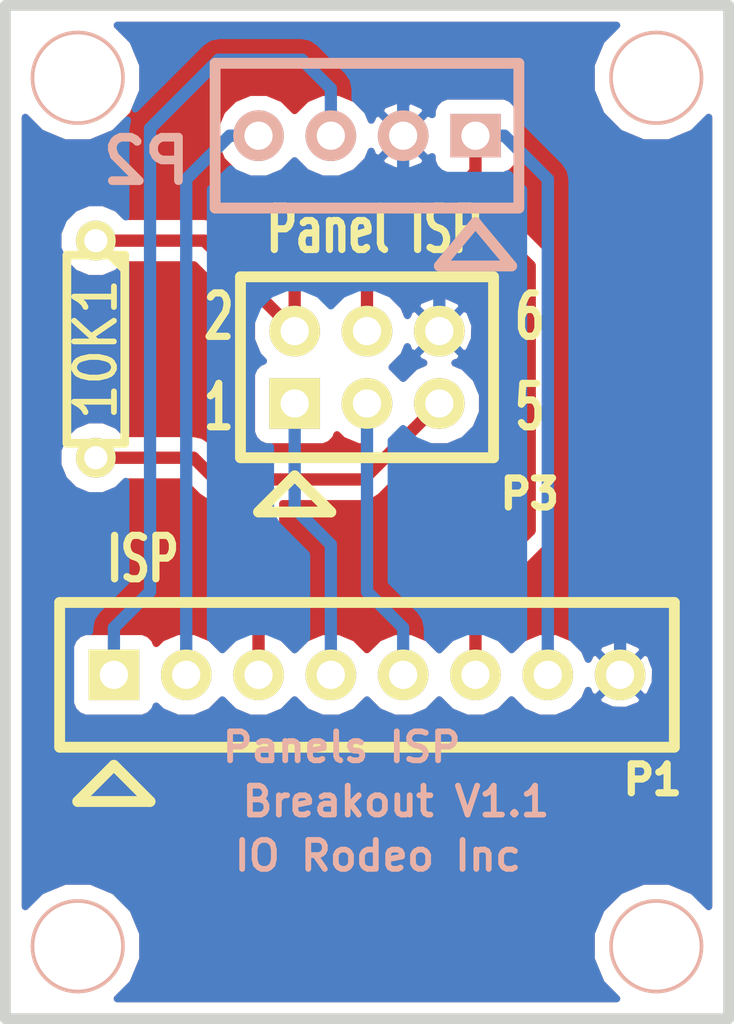
<source format=kicad_pcb>
(kicad_pcb (version 3) (host pcbnew "(2013-jul-07)-stable")

  (general
    (links 12)
    (no_connects 0)
    (area 125.158499 77.914499 150.939501 113.855501)
    (thickness 1.6)
    (drawings 13)
    (tracks 51)
    (zones 1073)
    (modules 8)
    (nets 9)
  )

  (page A4)
  (layers
    (15 Component signal)
    (0 Copper signal)
    (16 B.Adhes user)
    (17 F.Adhes user)
    (18 B.Paste user)
    (19 F.Paste user)
    (20 B.SilkS user)
    (21 F.SilkS user)
    (22 B.Mask user)
    (23 F.Mask user)
    (24 Dwgs.User user)
    (25 Cmts.User user)
    (26 Eco1.User user)
    (27 Eco2.User user)
    (28 Edge.Cuts user)
  )

  (setup
    (last_trace_width 0.254)
    (trace_clearance 0.254)
    (zone_clearance 0.508)
    (zone_45_only no)
    (trace_min 0.254)
    (segment_width 0.381)
    (edge_width 0.381)
    (via_size 0.889)
    (via_drill 0.635)
    (via_min_size 0.889)
    (via_min_drill 0.508)
    (uvia_size 0.508)
    (uvia_drill 0.127)
    (uvias_allowed no)
    (uvia_min_size 0.508)
    (uvia_min_drill 0.127)
    (pcb_text_width 0.3048)
    (pcb_text_size 1.524 2.032)
    (mod_edge_width 0.381)
    (mod_text_size 1.524 1.524)
    (mod_text_width 0.3048)
    (pad_size 1.778 1.778)
    (pad_drill 0.9906)
    (pad_to_mask_clearance 0.2)
    (aux_axis_origin 0 0)
    (visible_elements FFFFFFBF)
    (pcbplotparams
      (layerselection 284196865)
      (usegerberextensions true)
      (excludeedgelayer true)
      (linewidth 0.100000)
      (plotframeref false)
      (viasonmask false)
      (mode 1)
      (useauxorigin false)
      (hpglpennumber 1)
      (hpglpenspeed 20)
      (hpglpendiameter 15)
      (hpglpenoverlay 2)
      (psnegative false)
      (psa4output false)
      (plotreference true)
      (plotvalue true)
      (plotothertext true)
      (plotinvisibletext false)
      (padsonsilk false)
      (subtractmaskfromsilk false)
      (outputformat 1)
      (mirror false)
      (drillshape 0)
      (scaleselection 1)
      (outputdirectory gerber_v1.1/))
  )

  (net 0 "")
  (net 1 /5V)
  (net 2 /SCL)
  (net 3 /SDA)
  (net 4 GND)
  (net 5 N-000001)
  (net 6 N-000002)
  (net 7 N-000003)
  (net 8 N-000005)

  (net_class Default "This is the default net class."
    (clearance 0.254)
    (trace_width 0.254)
    (via_dia 0.889)
    (via_drill 0.635)
    (uvia_dia 0.508)
    (uvia_drill 0.127)
    (add_net "")
    (add_net /5V)
    (add_net /SCL)
    (add_net /SDA)
    (add_net GND)
    (add_net N-000001)
    (add_net N-000002)
    (add_net N-000003)
    (add_net N-000005)
  )

  (module pinarray_3x2 (layer Component) (tedit 4D07FE4C) (tstamp 4CF4151E)
    (at 138.049 90.805)
    (path /4CF4151E)
    (fp_text reference P3 (at 5.715 4.445) (layer F.SilkS)
      (effects (font (size 1.016 1.016) (thickness 0.254)))
    )
    (fp_text value CONN_3X2 (at 5.08 5.08) (layer F.SilkS) hide
      (effects (font (size 1.524 1.524) (thickness 0.3048)))
    )
    (fp_line (start -3.81 5.08) (end -1.27 5.08) (layer F.SilkS) (width 0.381))
    (fp_line (start -1.27 5.08) (end -2.54 3.81) (layer F.SilkS) (width 0.381))
    (fp_line (start -2.54 3.81) (end -3.81 5.08) (layer F.SilkS) (width 0.381))
    (fp_line (start -4.445 -3.175) (end -4.445 3.175) (layer F.SilkS) (width 0.381))
    (fp_line (start -4.445 3.175) (end 4.445 3.175) (layer F.SilkS) (width 0.381))
    (fp_line (start 4.445 3.175) (end 4.445 -3.175) (layer F.SilkS) (width 0.381))
    (fp_line (start 4.445 -3.175) (end -4.445 -3.175) (layer F.SilkS) (width 0.381))
    (pad 1 thru_hole rect (at -2.54 1.27) (size 1.778 1.778) (drill 0.9906)
      (layers *.Cu *.Mask F.SilkS)
      (net 6 N-000002)
    )
    (pad 2 thru_hole circle (at -2.54 -1.27) (size 1.778 1.778) (drill 0.9906)
      (layers *.Cu *.Mask F.SilkS)
      (net 1 /5V)
    )
    (pad 3 thru_hole circle (at 0 1.27) (size 1.778 1.778) (drill 0.9906)
      (layers *.Cu *.Mask F.SilkS)
      (net 5 N-000001)
    )
    (pad 4 thru_hole circle (at 0 -1.27) (size 1.778 1.778) (drill 0.9906)
      (layers *.Cu *.Mask F.SilkS)
      (net 7 N-000003)
    )
    (pad 5 thru_hole circle (at 2.54 1.27) (size 1.778 1.778) (drill 0.9906)
      (layers *.Cu *.Mask F.SilkS)
      (net 8 N-000005)
    )
    (pad 6 thru_hole circle (at 2.54 -1.27) (size 1.778 1.778) (drill 0.9906)
      (layers *.Cu *.Mask F.SilkS)
      (net 4 GND)
    )
  )

  (module pinarray_4x1 (layer Copper) (tedit 4D4B1A51) (tstamp 4CF414FD)
    (at 138.049 82.677 180)
    (path /4CF414FD)
    (fp_text reference P2 (at 7.747 -0.889 180) (layer B.SilkS)
      (effects (font (size 1.524 1.524) (thickness 0.3048)) (justify mirror))
    )
    (fp_text value CONN_4 (at 4.318 -4.064 180) (layer B.SilkS) hide
      (effects (font (size 1.524 1.524) (thickness 0.3048)) (justify mirror))
    )
    (fp_line (start -5.334 2.54) (end 5.334 2.54) (layer B.SilkS) (width 0.381))
    (fp_line (start -5.08 -4.572) (end -2.54 -4.572) (layer B.SilkS) (width 0.381))
    (fp_line (start -2.54 -4.572) (end -3.81 -3.048) (layer B.SilkS) (width 0.381))
    (fp_line (start -3.81 -3.048) (end -5.08 -4.572) (layer B.SilkS) (width 0.381))
    (fp_line (start 5.334 2.54) (end 5.334 -2.54) (layer B.SilkS) (width 0.381))
    (fp_line (start 5.334 -2.54) (end -5.334 -2.54) (layer B.SilkS) (width 0.381))
    (fp_line (start -5.334 -2.54) (end -5.334 2.54) (layer B.SilkS) (width 0.381))
    (pad 1 thru_hole rect (at -3.81 0 180) (size 1.778 1.524) (drill 0.9906)
      (layers *.Cu *.Mask B.SilkS)
      (net 1 /5V)
    )
    (pad 2 thru_hole circle (at -1.27 0 180) (size 1.778 1.778) (drill 0.9906)
      (layers *.Cu *.Mask B.SilkS)
      (net 4 GND)
    )
    (pad 3 thru_hole circle (at 1.27 0 180) (size 1.778 1.778) (drill 0.9906)
      (layers *.Cu *.Mask B.SilkS)
      (net 2 /SCL)
    )
    (pad 4 thru_hole circle (at 3.81 0 180) (size 1.778 1.778) (drill 0.9906)
      (layers *.Cu *.Mask B.SilkS)
      (net 3 /SDA)
    )
  )

  (module pinarray_8x1 (layer Component) (tedit 4CF6FD52) (tstamp 4CF4150F)
    (at 138.049 101.6)
    (path /4CF4150F)
    (fp_text reference P1 (at 10.033 3.683) (layer F.SilkS)
      (effects (font (size 1.016 1.016) (thickness 0.254)))
    )
    (fp_text value CONN_8 (at 0.635 4.445) (layer F.SilkS) hide
      (effects (font (size 1.524 1.524) (thickness 0.3048)))
    )
    (fp_line (start 10.795 -2.54) (end -10.795 -2.54) (layer F.SilkS) (width 0.381))
    (fp_line (start -10.795 2.54) (end 10.795 2.54) (layer F.SilkS) (width 0.381))
    (fp_line (start 10.795 -2.54) (end 10.795 2.54) (layer F.SilkS) (width 0.381))
    (fp_line (start -10.795 -2.54) (end -10.795 2.54) (layer F.SilkS) (width 0.381))
    (fp_line (start -10.16 4.445) (end -7.62 4.445) (layer F.SilkS) (width 0.381))
    (fp_line (start -7.62 4.445) (end -8.89 3.175) (layer F.SilkS) (width 0.381))
    (fp_line (start -8.89 3.175) (end -10.16 4.445) (layer F.SilkS) (width 0.381))
    (pad 1 thru_hole rect (at -8.89 0) (size 1.778 1.778) (drill 0.9906)
      (layers *.Cu *.Mask F.SilkS)
      (net 2 /SCL)
    )
    (pad 2 thru_hole circle (at -6.35 0) (size 1.778 1.778) (drill 0.9906)
      (layers *.Cu *.Mask F.SilkS)
      (net 3 /SDA)
    )
    (pad 3 thru_hole circle (at -3.81 0) (size 1.778 1.778) (drill 0.9906)
      (layers *.Cu *.Mask F.SilkS)
      (net 8 N-000005)
    )
    (pad 4 thru_hole circle (at -1.27 0) (size 1.778 1.778) (drill 0.9906)
      (layers *.Cu *.Mask F.SilkS)
      (net 6 N-000002)
    )
    (pad 5 thru_hole circle (at 1.27 0) (size 1.778 1.778) (drill 0.9906)
      (layers *.Cu *.Mask F.SilkS)
      (net 5 N-000001)
    )
    (pad 6 thru_hole circle (at 3.81 0) (size 1.778 1.778) (drill 0.9906)
      (layers *.Cu *.Mask F.SilkS)
      (net 7 N-000003)
    )
    (pad 7 thru_hole circle (at 6.35 0) (size 1.778 1.778) (drill 0.9906)
      (layers *.Cu *.Mask F.SilkS)
      (net 1 /5V)
    )
    (pad 8 thru_hole circle (at 8.89 0) (size 1.778 1.778) (drill 0.9906)
      (layers *.Cu *.Mask F.SilkS)
      (net 4 GND)
    )
  )

  (module R3 (layer Component) (tedit 200000) (tstamp 4CF41527)
    (at 128.524 90.17 270)
    (descr "Resitance 3 pas")
    (tags R)
    (path /4CF41527)
    (autoplace_cost180 10)
    (fp_text reference 10K1 (at 0 0 270) (layer F.SilkS)
      (effects (font (size 1.397 1.27) (thickness 0.2032)))
    )
    (fp_text value R (at 0 0 270) (layer F.SilkS) hide
      (effects (font (size 1.397 1.27) (thickness 0.2032)))
    )
    (fp_line (start -3.81 0) (end -3.302 0) (layer F.SilkS) (width 0.3048))
    (fp_line (start 3.81 0) (end 3.302 0) (layer F.SilkS) (width 0.3048))
    (fp_line (start 3.302 0) (end 3.302 -1.016) (layer F.SilkS) (width 0.3048))
    (fp_line (start 3.302 -1.016) (end -3.302 -1.016) (layer F.SilkS) (width 0.3048))
    (fp_line (start -3.302 -1.016) (end -3.302 1.016) (layer F.SilkS) (width 0.3048))
    (fp_line (start -3.302 1.016) (end 3.302 1.016) (layer F.SilkS) (width 0.3048))
    (fp_line (start 3.302 1.016) (end 3.302 0) (layer F.SilkS) (width 0.3048))
    (fp_line (start -3.302 -0.508) (end -2.794 -1.016) (layer F.SilkS) (width 0.3048))
    (pad 1 thru_hole circle (at -3.81 0 270) (size 1.397 1.397) (drill 0.8128)
      (layers *.Cu *.Mask F.SilkS)
      (net 1 /5V)
    )
    (pad 2 thru_hole circle (at 3.81 0 270) (size 1.397 1.397) (drill 0.8128)
      (layers *.Cu *.Mask F.SilkS)
      (net 8 N-000005)
    )
    (model discret/resistor.wrl
      (at (xyz 0 0 0))
      (scale (xyz 0.3 0.3 0.3))
      (rotate (xyz 0 0 0))
    )
  )

  (module MOUNT_HOLE (layer Component) (tedit 4C193599) (tstamp 4CF6F731)
    (at 148.209 80.645)
    (fp_text reference MOUNT_HOLE (at 0 -2.032) (layer F.SilkS) hide
      (effects (font (size 0.254 0.254) (thickness 0.0635)))
    )
    (fp_text value VAL** (at 0 2.032) (layer F.SilkS) hide
      (effects (font (size 0.254 0.254) (thickness 0.0635)))
    )
    (pad "" thru_hole circle (at 0 0) (size 3.302 3.302) (drill 3.048)
      (layers *.Cu *.SilkS *.Mask)
    )
  )

  (module MOUNT_HOLE (layer Component) (tedit 4C193599) (tstamp 4CF6F733)
    (at 127.889 80.645)
    (fp_text reference MOUNT_HOLE (at 0 -2.032) (layer F.SilkS) hide
      (effects (font (size 0.254 0.254) (thickness 0.0635)))
    )
    (fp_text value VAL** (at 0 2.032) (layer F.SilkS) hide
      (effects (font (size 0.254 0.254) (thickness 0.0635)))
    )
    (pad "" thru_hole circle (at 0 0) (size 3.302 3.302) (drill 3.048)
      (layers *.Cu *.SilkS *.Mask)
    )
  )

  (module MOUNT_HOLE (layer Component) (tedit 4C193599) (tstamp 4CF6F736)
    (at 148.209 111.125)
    (fp_text reference MOUNT_HOLE (at 0 -2.032) (layer F.SilkS) hide
      (effects (font (size 0.254 0.254) (thickness 0.0635)))
    )
    (fp_text value VAL** (at 0 2.032) (layer F.SilkS) hide
      (effects (font (size 0.254 0.254) (thickness 0.0635)))
    )
    (pad "" thru_hole circle (at 0 0) (size 3.302 3.302) (drill 3.048)
      (layers *.Cu *.SilkS *.Mask)
    )
  )

  (module MOUNT_HOLE (layer Component) (tedit 4C193599) (tstamp 4CF6F737)
    (at 127.889 111.125)
    (fp_text reference MOUNT_HOLE (at 0 -2.032) (layer F.SilkS) hide
      (effects (font (size 0.254 0.254) (thickness 0.0635)))
    )
    (fp_text value VAL** (at 0 2.032) (layer F.SilkS) hide
      (effects (font (size 0.254 0.254) (thickness 0.0635)))
    )
    (pad "" thru_hole circle (at 0 0) (size 3.302 3.302) (drill 3.048)
      (layers *.Cu *.SilkS *.Mask)
    )
  )

  (gr_text "IO Rodeo Inc" (at 138.43 107.95) (layer B.SilkS)
    (effects (font (size 1.016 1.016) (thickness 0.2032)))
  )
  (gr_text "Breakout V1.1" (at 139.065 106.045) (layer B.SilkS)
    (effects (font (size 1.016 1.016) (thickness 0.2032)))
  )
  (gr_text "Panels ISP" (at 137.16 104.14) (layer B.SilkS)
    (effects (font (size 1.016 1.016) (thickness 0.2032)))
  )
  (gr_text ISP (at 130.175 97.536) (layer F.SilkS)
    (effects (font (size 1.524 1.016) (thickness 0.254)))
  )
  (gr_text "Panel ISP" (at 138.303 85.979) (layer F.SilkS)
    (effects (font (size 1.524 1.016) (thickness 0.254)))
  )
  (gr_text 6 (at 143.764 89.027) (layer F.SilkS)
    (effects (font (size 1.524 1.016) (thickness 0.254)))
  )
  (gr_text 5 (at 143.764 92.202) (layer F.SilkS)
    (effects (font (size 1.524 1.016) (thickness 0.254)))
  )
  (gr_text 2 (at 132.842 89.027) (layer F.SilkS)
    (effects (font (size 1.524 1.016) (thickness 0.254)))
  )
  (gr_text 1 (at 132.842 92.202) (layer F.SilkS)
    (effects (font (size 1.524 1.016) (thickness 0.254)))
  )
  (gr_line (start 125.349 113.665) (end 150.749 113.665) (angle 90) (layer Edge.Cuts) (width 0.381))
  (gr_line (start 125.349 78.105) (end 150.749 78.105) (angle 90) (layer Edge.Cuts) (width 0.381))
  (gr_line (start 150.749 78.105) (end 150.749 113.665) (angle 90) (layer Edge.Cuts) (width 0.381))
  (gr_line (start 125.349 78.105) (end 125.349 113.665) (angle 90) (layer Edge.Cuts) (width 0.381))

  (segment (start 141.859 82.677) (end 142.875 82.677) (width 0.4318) (layer Copper) (net 1) (status 800))
  (segment (start 144.399 84.201) (end 144.399 101.6) (width 0.4318) (layer Copper) (net 1) (status 400))
  (segment (start 142.875 82.677) (end 144.399 84.201) (width 0.4318) (layer Copper) (net 1))
  (segment (start 141.859 82.677) (end 141.859 83.947) (width 0.4318) (layer Component) (net 1) (status 800))
  (segment (start 135.509 87.376) (end 135.509 89.535) (width 0.4318) (layer Component) (net 1) (status 400))
  (segment (start 137.795 85.09) (end 135.509 87.376) (width 0.4318) (layer Component) (net 1))
  (segment (start 140.716 85.09) (end 137.795 85.09) (width 0.4318) (layer Component) (net 1))
  (segment (start 141.859 83.947) (end 140.716 85.09) (width 0.4318) (layer Component) (net 1))
  (segment (start 128.524 86.36) (end 132.334 86.36) (width 0.4318) (layer Component) (net 1) (status 800))
  (segment (start 132.334 86.36) (end 135.509 89.535) (width 0.4318) (layer Component) (net 1) (status 400))
  (segment (start 136.779 82.677) (end 136.779 81.026) (width 0.4318) (layer Copper) (net 2) (status 800))
  (segment (start 129.159 99.949) (end 129.159 101.6) (width 0.4318) (layer Copper) (net 2) (status 400))
  (segment (start 130.429 98.679) (end 129.159 99.949) (width 0.4318) (layer Copper) (net 2))
  (segment (start 130.429 82.423) (end 130.429 98.679) (width 0.4318) (layer Copper) (net 2))
  (segment (start 132.842 80.01) (end 130.429 82.423) (width 0.4318) (layer Copper) (net 2))
  (segment (start 135.763 80.01) (end 132.842 80.01) (width 0.4318) (layer Copper) (net 2))
  (segment (start 136.779 81.026) (end 135.763 80.01) (width 0.4318) (layer Copper) (net 2))
  (segment (start 134.239 82.677) (end 133.223 82.677) (width 0.4318) (layer Copper) (net 3) (status 800))
  (segment (start 131.699 84.201) (end 131.699 101.6) (width 0.4318) (layer Copper) (net 3) (status 400))
  (segment (start 133.223 82.677) (end 131.699 84.201) (width 0.4318) (layer Copper) (net 3))
  (segment (start 139.319 82.677) (end 139.319 81.534) (width 0.4318) (layer Copper) (net 4) (status 800))
  (segment (start 146.939 95.377) (end 146.939 101.6) (width 0.4318) (layer Copper) (net 4) (status 400))
  (segment (start 145.923 94.361) (end 146.939 95.377) (width 0.4318) (layer Copper) (net 4))
  (segment (start 145.923 82.296) (end 145.923 94.361) (width 0.4318) (layer Copper) (net 4))
  (segment (start 143.51 79.883) (end 145.923 82.296) (width 0.4318) (layer Copper) (net 4))
  (segment (start 140.97 79.883) (end 143.51 79.883) (width 0.4318) (layer Copper) (net 4))
  (segment (start 139.319 81.534) (end 140.97 79.883) (width 0.4318) (layer Copper) (net 4))
  (segment (start 139.319 82.677) (end 139.319 85.725) (width 0.4318) (layer Copper) (net 4) (status 800))
  (segment (start 140.589 86.995) (end 140.589 89.535) (width 0.4318) (layer Copper) (net 4) (status 400))
  (segment (start 139.319 85.725) (end 140.589 86.995) (width 0.4318) (layer Copper) (net 4))
  (segment (start 138.049 92.075) (end 138.049 98.679) (width 0.4318) (layer Copper) (net 5) (status 800))
  (segment (start 139.319 99.949) (end 139.319 101.6) (width 0.4318) (layer Copper) (net 5) (status 400))
  (segment (start 138.049 98.679) (end 139.319 99.949) (width 0.4318) (layer Copper) (net 5))
  (segment (start 135.509 92.075) (end 135.509 95.758) (width 0.4318) (layer Copper) (net 6) (status 800))
  (segment (start 136.779 97.028) (end 136.779 101.6) (width 0.4318) (layer Copper) (net 6) (status 400))
  (segment (start 135.509 95.758) (end 136.779 97.028) (width 0.4318) (layer Copper) (net 6))
  (segment (start 138.049 89.535) (end 138.049 87.884) (width 0.4318) (layer Component) (net 7) (status 800))
  (segment (start 141.859 98.425) (end 141.859 101.6) (width 0.4318) (layer Component) (net 7) (status 400))
  (segment (start 143.764 96.52) (end 141.859 98.425) (width 0.4318) (layer Component) (net 7))
  (segment (start 143.764 87.249) (end 143.764 96.52) (width 0.4318) (layer Component) (net 7))
  (segment (start 142.875 86.36) (end 143.764 87.249) (width 0.4318) (layer Component) (net 7))
  (segment (start 139.573 86.36) (end 142.875 86.36) (width 0.4318) (layer Component) (net 7))
  (segment (start 138.049 87.884) (end 139.573 86.36) (width 0.4318) (layer Component) (net 7))
  (segment (start 134.239 101.6) (end 134.239 94.742) (width 0.4318) (layer Component) (net 8) (status 800))
  (segment (start 134.239 94.742) (end 134.239 94.869) (width 0.4318) (layer Component) (net 8))
  (segment (start 134.239 94.869) (end 134.239 94.742) (width 0.4318) (layer Component) (net 8))
  (segment (start 128.524 93.98) (end 131.953 93.98) (width 0.4318) (layer Component) (net 8) (status 800))
  (segment (start 137.922 94.742) (end 140.589 92.075) (width 0.4318) (layer Component) (net 8) (status 400))
  (segment (start 132.715 94.742) (end 134.239 94.742) (width 0.4318) (layer Component) (net 8))
  (segment (start 134.239 94.742) (end 137.922 94.742) (width 0.4318) (layer Component) (net 8))
  (segment (start 131.953 93.98) (end 132.715 94.742) (width 0.4318) (layer Component) (net 8))

  (zone (net 4) (net_name GND) (layer Copper) (tstamp 4CF6FB97) (hatch edge 0.508)
    (connect_pads (clearance 0.508))
    (min_thickness 0.254)
    (fill (mode segment) (arc_segments 16) (thermal_gap 0.254) (thermal_bridge_width 0.2794))
    (polygon
      (pts
        (xy 150.749 113.665) (xy 150.749 78.105) (xy 125.349 78.105) (xy 125.349 113.665)
      )
    )
    (filled_polygon
      (pts
        (xy 146.81708 112.9665) (xy 146.27098 112.41786) (xy 145.923 111.57712) (xy 145.923 110.6678) (xy 146.27352 109.82706)
        (xy 146.91614 109.18698) (xy 147.14982 109.08792) (xy 147.14982 102.84968) (xy 146.65452 102.83444) (xy 146.20494 102.63378)
        (xy 146.11858 102.4382) (xy 146.939 101.61778) (xy 146.939 101.58222) (xy 146.11858 100.7618) (xy 146.20494 100.56622)
        (xy 146.26336 100.52558) (xy 146.72818 100.35032) (xy 147.22348 100.36556) (xy 147.67306 100.56622) (xy 147.75942 100.7618)
        (xy 146.939 101.58222) (xy 146.939 101.61778) (xy 147.75942 102.4382) (xy 147.67306 102.63378) (xy 147.61464 102.67442)
        (xy 147.14982 102.84968) (xy 147.14982 109.08792) (xy 147.75688 108.839) (xy 147.7772 108.839) (xy 147.7772 102.42042)
        (xy 146.95678 101.6) (xy 147.7772 100.77958) (xy 147.97278 100.86594) (xy 148.01342 100.92436) (xy 148.18868 101.38918)
        (xy 148.17344 101.88448) (xy 147.97278 102.33406) (xy 147.7772 102.42042) (xy 147.7772 108.839) (xy 148.6662 108.839)
        (xy 149.50694 109.18952) (xy 150.0505 109.73308) (xy 150.0505 82.03438) (xy 149.50186 82.58302) (xy 148.66112 82.931)
        (xy 147.7518 82.931) (xy 146.91106 82.58048) (xy 146.27098 81.93786) (xy 145.923 81.09712) (xy 145.923 80.1878)
        (xy 146.27352 79.34706) (xy 146.81708 78.8035) (xy 129.27838 78.8035) (xy 129.82702 79.35214) (xy 130.175 80.19288)
        (xy 130.175 81.1022) (xy 129.9083 81.7372) (xy 132.24002 79.40802) (xy 132.51688 79.22514) (xy 132.842 79.1591)
        (xy 135.763 79.1591) (xy 136.08812 79.22514) (xy 136.36498 79.40802) (xy 137.38098 80.42402) (xy 137.56386 80.70088)
        (xy 137.6299 81.026) (xy 137.6299 81.3816) (xy 137.64006 81.38668) (xy 138.06932 81.81594) (xy 138.19886 82.1309)
        (xy 138.28522 81.94294) (xy 138.4808 81.85658) (xy 139.30122 82.677) (xy 138.4808 83.49742) (xy 138.28522 83.41106)
        (xy 138.24458 83.35264) (xy 138.19632 83.22564) (xy 138.06932 83.53806) (xy 137.64006 83.96732) (xy 137.08126 84.19846)
        (xy 136.47674 84.19846) (xy 135.91794 83.96732) (xy 135.50646 83.55838) (xy 135.10006 83.96732) (xy 134.54126 84.19846)
        (xy 133.93674 84.19846) (xy 133.37794 83.96732) (xy 133.25602 83.8454) (xy 132.5499 84.55406) (xy 132.5499 100.3046)
        (xy 132.56006 100.30968) (xy 132.969 100.71608) (xy 133.37794 100.30968) (xy 133.93674 100.07854) (xy 134.54126 100.07854)
        (xy 135.10006 100.30968) (xy 135.50646 100.71862) (xy 135.91794 100.30968) (xy 135.9281 100.3046) (xy 135.9281 97.38106)
        (xy 134.90702 96.35998) (xy 134.72414 96.08312) (xy 134.6581 95.758) (xy 134.6581 93.59646) (xy 134.493 93.59646)
        (xy 134.26186 93.49994) (xy 134.08406 93.32214) (xy 133.98754 93.08846) (xy 133.98754 91.059) (xy 134.08406 90.82786)
        (xy 134.26186 90.65006) (xy 134.40918 90.58656) (xy 134.21868 90.39606) (xy 133.98754 89.83726) (xy 133.98754 89.23274)
        (xy 134.21868 88.67394) (xy 134.64794 88.24468) (xy 135.20674 88.01354) (xy 135.81126 88.01354) (xy 136.37006 88.24468)
        (xy 136.779 88.65108) (xy 137.18794 88.24468) (xy 137.74674 88.01354) (xy 138.35126 88.01354) (xy 138.91006 88.24468)
        (xy 139.33932 88.67394) (xy 139.46886 88.9889) (xy 139.52982 88.85682) (xy 139.52982 83.92668) (xy 139.03452 83.91144)
        (xy 138.58494 83.71078) (xy 138.49858 83.5152) (xy 139.319 82.69478) (xy 139.319 82.65922) (xy 138.49858 81.8388)
        (xy 138.58494 81.64322) (xy 138.64336 81.60258) (xy 139.10818 81.42732) (xy 139.60348 81.44256) (xy 140.05306 81.64322)
        (xy 140.13942 81.8388) (xy 139.319 82.65922) (xy 139.319 82.69478) (xy 140.13942 83.5152) (xy 140.05306 83.71078)
        (xy 139.99464 83.75142) (xy 139.52982 83.92668) (xy 139.52982 88.85682) (xy 139.55522 88.80094) (xy 139.7508 88.71458)
        (xy 140.57122 89.535) (xy 139.7508 90.35542) (xy 139.55522 90.26906) (xy 139.51458 90.21064) (xy 139.46632 90.08364)
        (xy 139.33932 90.39606) (xy 138.93038 90.805) (xy 139.319 91.19362) (xy 139.72794 90.78468) (xy 140.0429 90.6526)
        (xy 139.85494 90.56878) (xy 139.76858 90.3732) (xy 140.589 89.55278) (xy 140.589 89.51722) (xy 139.76858 88.6968)
        (xy 139.85494 88.50122) (xy 139.91336 88.46058) (xy 140.37818 88.28532) (xy 140.87348 88.30056) (xy 141.32306 88.50122)
        (xy 141.40942 88.6968) (xy 140.589 89.51722) (xy 140.589 89.55278) (xy 141.40942 90.3732) (xy 141.32306 90.56878)
        (xy 141.26464 90.60942) (xy 141.13764 90.65514) (xy 141.4272 90.77452) (xy 141.4272 90.35542) (xy 140.60678 89.535)
        (xy 141.4272 88.71458) (xy 141.62278 88.80094) (xy 141.66342 88.85936) (xy 141.83868 89.32418) (xy 141.82344 89.81948)
        (xy 141.62278 90.26906) (xy 141.4272 90.35542) (xy 141.4272 90.77452) (xy 141.45006 90.78468) (xy 141.87932 91.21394)
        (xy 142.11046 91.77274) (xy 142.11046 92.37726) (xy 141.87932 92.93606) (xy 141.45006 93.36532) (xy 140.89126 93.59646)
        (xy 140.28674 93.59646) (xy 139.72794 93.36532) (xy 139.31646 92.95638) (xy 138.91006 93.36532) (xy 138.8999 93.36786)
        (xy 138.8999 98.32594) (xy 139.92098 99.34702) (xy 140.10386 99.62388) (xy 140.1699 99.949) (xy 140.1699 100.3046)
        (xy 140.18006 100.30968) (xy 140.589 100.71862) (xy 140.99794 100.30968) (xy 141.55674 100.07854) (xy 142.16126 100.07854)
        (xy 142.72006 100.30968) (xy 143.129 100.71608) (xy 143.53794 100.30968) (xy 143.5481 100.3046) (xy 143.5481 84.55406)
        (xy 143.00708 84.01304) (xy 142.87246 84.07146) (xy 140.843 84.07146) (xy 140.61186 83.97494) (xy 140.43406 83.79714)
        (xy 140.33754 83.56346) (xy 140.33754 83.41614) (xy 140.1572 83.49742) (xy 139.33678 82.677) (xy 140.1572 81.85658)
        (xy 140.33754 81.93532) (xy 140.33754 81.788) (xy 140.43406 81.55686) (xy 140.61186 81.37906) (xy 140.84554 81.28254)
        (xy 142.875 81.28254) (xy 143.10614 81.37906) (xy 143.28394 81.55686) (xy 143.38046 81.79054) (xy 143.38046 82.00898)
        (xy 143.47698 82.07502) (xy 145.00098 83.59902) (xy 145.18386 83.87588) (xy 145.2499 84.201) (xy 145.2499 100.3046)
        (xy 145.26006 100.30968) (xy 145.68932 100.73894) (xy 145.81886 101.0539) (xy 145.90522 100.86594) (xy 146.1008 100.77958)
        (xy 146.92122 101.6) (xy 146.1008 102.42042) (xy 145.90522 102.33406) (xy 145.86458 102.27564) (xy 145.81632 102.14864)
        (xy 145.68932 102.46106) (xy 145.26006 102.89032) (xy 144.70126 103.12146) (xy 144.09674 103.12146) (xy 143.53794 102.89032)
        (xy 143.12646 102.47884) (xy 142.72006 102.89032) (xy 142.16126 103.12146) (xy 141.55674 103.12146) (xy 140.99794 102.89032)
        (xy 140.58646 102.47884) (xy 140.18006 102.89032) (xy 139.62126 103.12146) (xy 139.01674 103.12146) (xy 138.45794 102.89032)
        (xy 138.049 102.48138) (xy 137.64006 102.89032) (xy 137.08126 103.12146) (xy 136.47674 103.12146) (xy 135.91794 102.89032)
        (xy 135.50646 102.47884) (xy 135.10006 102.89032) (xy 134.54126 103.12146) (xy 133.93674 103.12146) (xy 133.37794 102.89032)
        (xy 132.969 102.48138) (xy 132.56006 102.89032) (xy 132.00126 103.12146) (xy 131.39674 103.12146) (xy 130.83794 102.89032)
        (xy 130.6449 102.69728) (xy 130.58394 102.84714) (xy 130.40614 103.02494) (xy 130.17246 103.12146) (xy 128.143 103.12146)
        (xy 127.91186 103.02494) (xy 127.73406 102.84714) (xy 127.63754 102.61346) (xy 127.63754 100.584) (xy 127.73406 100.35286)
        (xy 127.91186 100.17506) (xy 128.14554 100.07854) (xy 128.3081 100.07854) (xy 128.3081 99.949) (xy 128.37414 99.62388)
        (xy 128.55702 99.34702) (xy 129.5781 98.32594) (xy 129.5781 94.81058) (xy 129.27838 95.1103) (xy 128.78816 95.3135)
        (xy 128.2573 95.3135) (xy 127.76708 95.1103) (xy 127.3937 94.73438) (xy 127.1905 94.24416) (xy 127.1905 93.7133)
        (xy 127.3937 93.22308) (xy 127.76962 92.8497) (xy 128.25984 92.6465) (xy 128.7907 92.6465) (xy 129.28092 92.8497)
        (xy 129.5781 93.14688) (xy 129.5781 87.19058) (xy 129.27838 87.4903) (xy 128.78816 87.6935) (xy 128.2573 87.6935)
        (xy 127.76708 87.4903) (xy 127.3937 87.11438) (xy 127.1905 86.62416) (xy 127.1905 86.0933) (xy 127.3937 85.60308)
        (xy 127.76962 85.2297) (xy 128.25984 85.0265) (xy 128.7907 85.0265) (xy 129.28092 85.2297) (xy 129.5781 85.52688)
        (xy 129.5781 82.423) (xy 129.63398 82.12836) (xy 129.18186 82.58302) (xy 128.34112 82.931) (xy 127.4318 82.931)
        (xy 126.59106 82.58048) (xy 126.0475 82.03438) (xy 126.0475 109.73308) (xy 126.59614 109.18698) (xy 127.43688 108.839)
        (xy 128.3462 108.839) (xy 129.18694 109.18952) (xy 129.82702 109.83214) (xy 130.175 110.67288) (xy 130.175 111.5822)
        (xy 129.82448 112.42294) (xy 129.27838 112.9665)
      )
    )
  )
  (zone (net 4) (net_name GND) (layer Component) (tstamp 4CF6FBC4) (hatch edge 0.508)
    (connect_pads (clearance 0.508))
    (min_thickness 0.254)
    (fill (mode segment) (arc_segments 16) (thermal_gap 0.254) (thermal_bridge_width 0.2794))
    (polygon
      (pts
        (xy 150.749 113.665) (xy 150.749 78.105) (xy 125.349 78.105) (xy 125.349 113.665)
      )
    )
    (filled_polygon
      (pts
        (xy 146.81708 112.9665) (xy 146.27098 112.41786) (xy 145.923 111.57712) (xy 145.923 110.6678) (xy 146.27352 109.82706)
        (xy 146.91614 109.18698) (xy 147.14982 109.08792) (xy 147.14982 102.84968) (xy 146.65452 102.83444) (xy 146.20494 102.63378)
        (xy 146.11858 102.4382) (xy 146.939 101.61778) (xy 146.939 101.58222) (xy 146.11858 100.7618) (xy 146.20494 100.56622)
        (xy 146.26336 100.52558) (xy 146.72818 100.35032) (xy 147.22348 100.36556) (xy 147.67306 100.56622) (xy 147.75942 100.7618)
        (xy 146.939 101.58222) (xy 146.939 101.61778) (xy 147.75942 102.4382) (xy 147.67306 102.63378) (xy 147.61464 102.67442)
        (xy 147.14982 102.84968) (xy 147.14982 109.08792) (xy 147.75688 108.839) (xy 147.7772 108.839) (xy 147.7772 102.42042)
        (xy 146.95678 101.6) (xy 147.7772 100.77958) (xy 147.97278 100.86594) (xy 148.01342 100.92436) (xy 148.18868 101.38918)
        (xy 148.17344 101.88448) (xy 147.97278 102.33406) (xy 147.7772 102.42042) (xy 147.7772 108.839) (xy 148.6662 108.839)
        (xy 149.50694 109.18952) (xy 150.0505 109.73308) (xy 150.0505 82.03438) (xy 149.50186 82.58302) (xy 148.66112 82.931)
        (xy 147.7518 82.931) (xy 146.91106 82.58048) (xy 146.27098 81.93786) (xy 145.923 81.09712) (xy 145.923 80.1878)
        (xy 146.27352 79.34706) (xy 146.81708 78.8035) (xy 129.27838 78.8035) (xy 129.82702 79.35214) (xy 130.175 80.19288)
        (xy 130.175 81.1022) (xy 129.82448 81.94294) (xy 129.18186 82.58302) (xy 128.34112 82.931) (xy 127.4318 82.931)
        (xy 126.59106 82.58048) (xy 126.0475 82.03438) (xy 126.0475 109.73308) (xy 126.59614 109.18698) (xy 127.43688 108.839)
        (xy 128.3462 108.839) (xy 129.18694 109.18952) (xy 129.82702 109.83214) (xy 130.175 110.67288) (xy 130.175 111.5822)
        (xy 129.82448 112.42294) (xy 129.27838 112.9665) (xy 144.09674 112.9665) (xy 144.09674 103.12146) (xy 143.53794 102.89032)
        (xy 143.12646 102.47884) (xy 142.72006 102.89032) (xy 142.16126 103.12146) (xy 141.55674 103.12146) (xy 140.99794 102.89032)
        (xy 140.58646 102.47884) (xy 140.18006 102.89032) (xy 139.62126 103.12146) (xy 139.01674 103.12146) (xy 138.45794 102.89032)
        (xy 138.049 102.48138) (xy 137.64006 102.89032) (xy 137.08126 103.12146) (xy 136.47674 103.12146) (xy 135.91794 102.89032)
        (xy 135.50646 102.47884) (xy 135.10006 102.89032) (xy 134.54126 103.12146) (xy 133.93674 103.12146) (xy 133.37794 102.89032)
        (xy 132.969 102.48138) (xy 132.56006 102.89032) (xy 132.00126 103.12146) (xy 131.39674 103.12146) (xy 130.83794 102.89032)
        (xy 130.6449 102.69728) (xy 130.58394 102.84714) (xy 130.40614 103.02494) (xy 130.17246 103.12146) (xy 128.143 103.12146)
        (xy 127.91186 103.02494) (xy 127.73406 102.84714) (xy 127.63754 102.61346) (xy 127.63754 100.584) (xy 127.73406 100.35286)
        (xy 127.91186 100.17506) (xy 128.14554 100.07854) (xy 130.175 100.07854) (xy 130.40614 100.17506) (xy 130.58394 100.35286)
        (xy 130.6449 100.50018) (xy 130.83794 100.30968) (xy 131.39674 100.07854) (xy 132.00126 100.07854) (xy 132.56006 100.30968)
        (xy 132.969 100.71608) (xy 133.37794 100.30968) (xy 133.3881 100.3046) (xy 133.3881 95.5929) (xy 132.715 95.5929)
        (xy 132.38988 95.52686) (xy 132.11048 95.34144) (xy 131.59994 94.8309) (xy 129.55778 94.8309) (xy 129.27838 95.1103)
        (xy 128.78816 95.3135) (xy 128.2573 95.3135) (xy 127.76708 95.1103) (xy 127.3937 94.73438) (xy 127.1905 94.24416)
        (xy 127.1905 93.7133) (xy 127.3937 93.22308) (xy 127.76962 92.8497) (xy 128.25984 92.6465) (xy 128.7907 92.6465)
        (xy 129.28092 92.8497) (xy 129.55778 93.1291) (xy 131.953 93.1291) (xy 132.27812 93.19514) (xy 132.55498 93.37802)
        (xy 133.06806 93.8911) (xy 137.5664 93.8911) (xy 137.86358 93.59646) (xy 137.74674 93.59646) (xy 137.18794 93.36532)
        (xy 136.9949 93.17228) (xy 136.93394 93.32214) (xy 136.75614 93.49994) (xy 136.52246 93.59646) (xy 134.493 93.59646)
        (xy 134.26186 93.49994) (xy 134.08406 93.32214) (xy 133.98754 93.08846) (xy 133.98754 91.059) (xy 134.08406 90.82786)
        (xy 134.26186 90.65006) (xy 134.40918 90.58656) (xy 134.21868 90.39606) (xy 133.98754 89.83726) (xy 133.99008 89.22004)
        (xy 131.98094 87.2109) (xy 129.55778 87.2109) (xy 129.27838 87.4903) (xy 128.78816 87.6935) (xy 128.2573 87.6935)
        (xy 127.76708 87.4903) (xy 127.3937 87.11438) (xy 127.1905 86.62416) (xy 127.1905 86.0933) (xy 127.3937 85.60308)
        (xy 127.76962 85.2297) (xy 128.25984 85.0265) (xy 128.7907 85.0265) (xy 129.28092 85.2297) (xy 129.55778 85.5091)
        (xy 132.334 85.5091) (xy 132.65912 85.57514) (xy 132.93598 85.75802) (xy 134.6581 87.48014) (xy 134.6581 87.376)
        (xy 134.72414 87.05088) (xy 134.90702 86.77402) (xy 136.47674 85.2043) (xy 136.47674 84.19846) (xy 135.91794 83.96732)
        (xy 135.50646 83.55838) (xy 135.10006 83.96732) (xy 134.54126 84.19846) (xy 133.93674 84.19846) (xy 133.37794 83.96732)
        (xy 132.94868 83.53806) (xy 132.71754 82.97926) (xy 132.71754 82.37474) (xy 132.94868 81.81594) (xy 133.37794 81.38668)
        (xy 133.93674 81.15554) (xy 134.54126 81.15554) (xy 135.10006 81.38668) (xy 135.50646 81.79562) (xy 135.91794 81.38668)
        (xy 136.47674 81.15554) (xy 137.08126 81.15554) (xy 137.64006 81.38668) (xy 138.06932 81.81594) (xy 138.19886 82.1309)
        (xy 138.28522 81.94294) (xy 138.4808 81.85658) (xy 139.30122 82.677) (xy 138.4808 83.49742) (xy 138.28522 83.41106)
        (xy 138.24458 83.35264) (xy 138.19632 83.22564) (xy 138.06932 83.53806) (xy 137.64006 83.96732) (xy 137.08126 84.19846)
        (xy 136.47674 84.19846) (xy 136.47674 85.2043) (xy 137.19302 84.48802) (xy 137.46988 84.30514) (xy 137.795 84.2391)
        (xy 139.52982 84.2391) (xy 139.52982 83.92668) (xy 139.03452 83.91144) (xy 138.58494 83.71078) (xy 138.49858 83.5152)
        (xy 139.319 82.69478) (xy 139.319 82.65922) (xy 138.49858 81.8388) (xy 138.58494 81.64322) (xy 138.64336 81.60258)
        (xy 139.10818 81.42732) (xy 139.60348 81.44256) (xy 140.05306 81.64322) (xy 140.13942 81.8388) (xy 139.319 82.65922)
        (xy 139.319 82.69478) (xy 140.13942 83.5152) (xy 140.05306 83.71078) (xy 139.99464 83.75142) (xy 139.52982 83.92668)
        (xy 139.52982 84.2391) (xy 140.36294 84.2391) (xy 140.62202 83.97748) (xy 140.61186 83.97494) (xy 140.43406 83.79714)
        (xy 140.33754 83.56346) (xy 140.33754 83.41614) (xy 140.1572 83.49742) (xy 139.33678 82.677) (xy 140.1572 81.85658)
        (xy 140.33754 81.93532) (xy 140.33754 81.788) (xy 140.43406 81.55686) (xy 140.61186 81.37906) (xy 140.84554 81.28254)
        (xy 142.875 81.28254) (xy 143.10614 81.37906) (xy 143.28394 81.55686) (xy 143.38046 81.79054) (xy 143.38046 83.566)
        (xy 143.28394 83.79714) (xy 143.10614 83.97494) (xy 142.87246 84.07146) (xy 142.6845 84.07146) (xy 142.64386 84.27212)
        (xy 142.46098 84.54898) (xy 141.50086 85.5091) (xy 142.875 85.5091) (xy 143.20012 85.57514) (xy 143.47698 85.75802)
        (xy 144.36598 86.64702) (xy 144.54886 86.92388) (xy 144.6149 87.249) (xy 144.6149 96.52) (xy 144.54886 96.84512)
        (xy 144.36598 97.12198) (xy 144.35836 97.12452) (xy 142.7099 98.77552) (xy 142.7099 100.3046) (xy 142.72006 100.30968)
        (xy 143.129 100.71608) (xy 143.53794 100.30968) (xy 144.09674 100.07854) (xy 144.70126 100.07854) (xy 145.26006 100.30968)
        (xy 145.68932 100.73894) (xy 145.81886 101.0539) (xy 145.90522 100.86594) (xy 146.1008 100.77958) (xy 146.92122 101.6)
        (xy 146.1008 102.42042) (xy 145.90522 102.33406) (xy 145.86458 102.27564) (xy 145.81632 102.14864) (xy 145.68932 102.46106)
        (xy 145.26006 102.89032) (xy 144.70126 103.12146) (xy 144.09674 103.12146) (xy 144.09674 112.9665)
      )
    )
    (filled_polygon
      (pts
        (xy 140.589 100.71862) (xy 140.99794 100.30968) (xy 141.0081 100.3046) (xy 141.0081 98.425) (xy 141.07414 98.09988)
        (xy 141.25702 97.82302) (xy 142.9131 96.16694) (xy 142.9131 87.60206) (xy 142.52194 87.2109) (xy 139.92606 87.2109)
        (xy 138.8999 88.2396) (xy 138.91006 88.24468) (xy 139.33932 88.67394) (xy 139.46886 88.9889) (xy 139.55522 88.80094)
        (xy 139.7508 88.71458) (xy 140.57122 89.535) (xy 139.7508 90.35542) (xy 139.55522 90.26906) (xy 139.51458 90.21064)
        (xy 139.46632 90.08364) (xy 139.33932 90.39606) (xy 138.93038 90.805) (xy 139.319 91.19362) (xy 139.72794 90.78468)
        (xy 140.0429 90.6526) (xy 139.85494 90.56878) (xy 139.76858 90.3732) (xy 140.589 89.55278) (xy 140.589 89.51722)
        (xy 139.76858 88.6968) (xy 139.85494 88.50122) (xy 139.91336 88.46058) (xy 140.37818 88.28532) (xy 140.87348 88.30056)
        (xy 141.32306 88.50122) (xy 141.40942 88.6968) (xy 140.589 89.51722) (xy 140.589 89.55278) (xy 141.40942 90.3732)
        (xy 141.32306 90.56878) (xy 141.26464 90.60942) (xy 141.13764 90.65514) (xy 141.4272 90.77452) (xy 141.4272 90.35542)
        (xy 140.60678 89.535) (xy 141.4272 88.71458) (xy 141.62278 88.80094) (xy 141.66342 88.85936) (xy 141.83868 89.32418)
        (xy 141.82344 89.81948) (xy 141.62278 90.26906) (xy 141.4272 90.35542) (xy 141.4272 90.77452) (xy 141.45006 90.78468)
        (xy 141.87932 91.21394) (xy 142.11046 91.77274) (xy 142.11046 92.37726) (xy 141.87932 92.93606) (xy 141.45006 93.36532)
        (xy 140.89126 93.59646) (xy 140.28674 93.59646) (xy 140.27404 93.59138) (xy 138.52398 95.34398) (xy 138.24712 95.52686)
        (xy 137.922 95.5929) (xy 135.0899 95.5929) (xy 135.0899 100.3046) (xy 135.10006 100.30968) (xy 135.50646 100.71862)
        (xy 135.91794 100.30968) (xy 136.47674 100.07854) (xy 137.08126 100.07854) (xy 137.64006 100.30968) (xy 138.04646 100.71608)
        (xy 138.45794 100.30968) (xy 139.01674 100.07854) (xy 139.62126 100.07854) (xy 140.18006 100.30968)
      )
    )
  )
)

</source>
